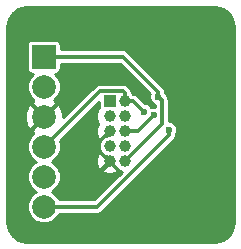
<source format=gbr>
G04 #@! TF.FileFunction,Copper,L2,Bot,Signal*
%FSLAX46Y46*%
G04 Gerber Fmt 4.6, Leading zero omitted, Abs format (unit mm)*
G04 Created by KiCad (PCBNEW 4.0.0-rc2-stable) date 11/11/2015 8:28:50 AM*
%MOMM*%
G01*
G04 APERTURE LIST*
%ADD10C,0.100000*%
%ADD11R,1.000000X1.000000*%
%ADD12C,1.000000*%
%ADD13R,2.000000X2.000000*%
%ADD14C,2.000000*%
%ADD15C,0.600000*%
%ADD16C,0.350000*%
%ADD17C,0.254000*%
G04 APERTURE END LIST*
D10*
D11*
X150265000Y-102660000D03*
D12*
X151535000Y-102660000D03*
X150265000Y-103930000D03*
X151535000Y-103930000D03*
X150265000Y-105200000D03*
X151535000Y-105200000D03*
X150265000Y-106470000D03*
X151535000Y-106470000D03*
X150265000Y-107740000D03*
X151535000Y-107740000D03*
D13*
X144700000Y-98900000D03*
D14*
X144700000Y-101440000D03*
X144700000Y-103980000D03*
X144700000Y-106520000D03*
X144700000Y-109060000D03*
X144700000Y-111600000D03*
D15*
X153162000Y-103568500D03*
X154368500Y-102298500D03*
X155257500Y-105092500D03*
X153998672Y-103874828D03*
D16*
X151535000Y-102660000D02*
X151535000Y-101952894D01*
X151535000Y-101952894D02*
X151367105Y-101784999D01*
X151367105Y-101784999D02*
X149435001Y-101784999D01*
X149435001Y-101784999D02*
X145699999Y-105520001D01*
X145699999Y-105520001D02*
X144700000Y-106520000D01*
X152253500Y-102660000D02*
X153162000Y-103568500D01*
X151535000Y-102660000D02*
X152253500Y-102660000D01*
X154368500Y-102298500D02*
X154368500Y-101874236D01*
X154368500Y-101874236D02*
X151394264Y-98900000D01*
X146050000Y-98900000D02*
X144700000Y-98900000D01*
X151394264Y-98900000D02*
X146050000Y-98900000D01*
X151535000Y-107740000D02*
X154673673Y-104601327D01*
X154673673Y-104601327D02*
X154673673Y-102603673D01*
X154673673Y-102603673D02*
X154368500Y-102298500D01*
X155257500Y-105092500D02*
X155257500Y-105537000D01*
X155257500Y-105537000D02*
X149194500Y-111600000D01*
X149194500Y-111600000D02*
X144700000Y-111600000D01*
X151535000Y-105200000D02*
X152673500Y-105200000D01*
X152673500Y-105200000D02*
X153998672Y-103874828D01*
D17*
G36*
X159839742Y-94861550D02*
X160332919Y-95191081D01*
X160662450Y-95684258D01*
X160788000Y-96315441D01*
X160788000Y-112980559D01*
X160662450Y-113611742D01*
X160332919Y-114104919D01*
X159839742Y-114434450D01*
X159208559Y-114560000D01*
X143178441Y-114560000D01*
X142547258Y-114434450D01*
X142054081Y-114104919D01*
X141724550Y-113611742D01*
X141599000Y-112980559D01*
X141599000Y-104288081D01*
X143061682Y-104288081D01*
X143304289Y-104891587D01*
X143323688Y-104920618D01*
X143600083Y-105012035D01*
X144632118Y-103980000D01*
X143600083Y-102947965D01*
X143323688Y-103039382D01*
X143068495Y-103637673D01*
X143061682Y-104288081D01*
X141599000Y-104288081D01*
X141599000Y-97900000D01*
X143264635Y-97900000D01*
X143264635Y-99900000D01*
X143294409Y-100058237D01*
X143387927Y-100203567D01*
X143530619Y-100301064D01*
X143700000Y-100335365D01*
X143786718Y-100335365D01*
X143490953Y-100630614D01*
X143273248Y-101154907D01*
X143272752Y-101722603D01*
X143489543Y-102247275D01*
X143815214Y-102573515D01*
X143788413Y-102584289D01*
X143759382Y-102603688D01*
X143667965Y-102880083D01*
X144700000Y-103912118D01*
X145732035Y-102880083D01*
X145640618Y-102603688D01*
X145580019Y-102577840D01*
X145909047Y-102249386D01*
X146126752Y-101725093D01*
X146127248Y-101157397D01*
X145910457Y-100632725D01*
X145613616Y-100335365D01*
X145700000Y-100335365D01*
X145858237Y-100305591D01*
X146003567Y-100212073D01*
X146101064Y-100069381D01*
X146135365Y-99900000D01*
X146135365Y-99502000D01*
X151144908Y-99502000D01*
X153686968Y-102044060D01*
X153641626Y-102153256D01*
X153641374Y-102442475D01*
X153751820Y-102709775D01*
X153956150Y-102914461D01*
X154071673Y-102962431D01*
X154071673Y-103147891D01*
X153854697Y-103147702D01*
X153786405Y-103175920D01*
X153778680Y-103157225D01*
X153574350Y-102952539D01*
X153307244Y-102841626D01*
X153286464Y-102841608D01*
X152679178Y-102234322D01*
X152483875Y-102103825D01*
X152253500Y-102058000D01*
X152243883Y-102058000D01*
X152136512Y-101950441D01*
X152091175Y-101722519D01*
X152091175Y-101722518D01*
X151960678Y-101527215D01*
X151792783Y-101359321D01*
X151597480Y-101228824D01*
X151367105Y-101182999D01*
X149435001Y-101182999D01*
X149204626Y-101228824D01*
X149204624Y-101228825D01*
X149204625Y-101228825D01*
X149009322Y-101359321D01*
X146334524Y-104034120D01*
X146338318Y-103671919D01*
X146095711Y-103068413D01*
X146076312Y-103039382D01*
X145799917Y-102947965D01*
X144767882Y-103980000D01*
X144782025Y-103994143D01*
X144714143Y-104062025D01*
X144700000Y-104047882D01*
X143667965Y-105079917D01*
X143759382Y-105356312D01*
X143819981Y-105382160D01*
X143490953Y-105710614D01*
X143273248Y-106234907D01*
X143272752Y-106802603D01*
X143489543Y-107327275D01*
X143890614Y-107729047D01*
X144037118Y-107789881D01*
X143892725Y-107849543D01*
X143490953Y-108250614D01*
X143273248Y-108774907D01*
X143272752Y-109342603D01*
X143489543Y-109867275D01*
X143890614Y-110269047D01*
X144037118Y-110329881D01*
X143892725Y-110389543D01*
X143490953Y-110790614D01*
X143273248Y-111314907D01*
X143272752Y-111882603D01*
X143489543Y-112407275D01*
X143890614Y-112809047D01*
X144414907Y-113026752D01*
X144982603Y-113027248D01*
X145507275Y-112810457D01*
X145909047Y-112409386D01*
X145995161Y-112202000D01*
X149194500Y-112202000D01*
X149424875Y-112156175D01*
X149620178Y-112025678D01*
X155683178Y-105962678D01*
X155813675Y-105767375D01*
X155859500Y-105537000D01*
X155859500Y-105518787D01*
X155873461Y-105504850D01*
X155984374Y-105237744D01*
X155984626Y-104948525D01*
X155874180Y-104681225D01*
X155669850Y-104476539D01*
X155402744Y-104365626D01*
X155275673Y-104365515D01*
X155275673Y-102603673D01*
X155229848Y-102373298D01*
X155099351Y-102177995D01*
X155095609Y-102174253D01*
X155095626Y-102154525D01*
X154985180Y-101887225D01*
X154970074Y-101872092D01*
X154924675Y-101643861D01*
X154794178Y-101448558D01*
X151819942Y-98474322D01*
X151624639Y-98343825D01*
X151394264Y-98298000D01*
X146135365Y-98298000D01*
X146135365Y-97900000D01*
X146105591Y-97741763D01*
X146012073Y-97596433D01*
X145869381Y-97498936D01*
X145700000Y-97464635D01*
X143700000Y-97464635D01*
X143541763Y-97494409D01*
X143396433Y-97587927D01*
X143298936Y-97730619D01*
X143264635Y-97900000D01*
X141599000Y-97900000D01*
X141599000Y-96315441D01*
X141724550Y-95684258D01*
X142054081Y-95191081D01*
X142547258Y-94861550D01*
X143178441Y-94736000D01*
X159208559Y-94736000D01*
X159839742Y-94861550D01*
X159839742Y-94861550D01*
G37*
X159839742Y-94861550D02*
X160332919Y-95191081D01*
X160662450Y-95684258D01*
X160788000Y-96315441D01*
X160788000Y-112980559D01*
X160662450Y-113611742D01*
X160332919Y-114104919D01*
X159839742Y-114434450D01*
X159208559Y-114560000D01*
X143178441Y-114560000D01*
X142547258Y-114434450D01*
X142054081Y-114104919D01*
X141724550Y-113611742D01*
X141599000Y-112980559D01*
X141599000Y-104288081D01*
X143061682Y-104288081D01*
X143304289Y-104891587D01*
X143323688Y-104920618D01*
X143600083Y-105012035D01*
X144632118Y-103980000D01*
X143600083Y-102947965D01*
X143323688Y-103039382D01*
X143068495Y-103637673D01*
X143061682Y-104288081D01*
X141599000Y-104288081D01*
X141599000Y-97900000D01*
X143264635Y-97900000D01*
X143264635Y-99900000D01*
X143294409Y-100058237D01*
X143387927Y-100203567D01*
X143530619Y-100301064D01*
X143700000Y-100335365D01*
X143786718Y-100335365D01*
X143490953Y-100630614D01*
X143273248Y-101154907D01*
X143272752Y-101722603D01*
X143489543Y-102247275D01*
X143815214Y-102573515D01*
X143788413Y-102584289D01*
X143759382Y-102603688D01*
X143667965Y-102880083D01*
X144700000Y-103912118D01*
X145732035Y-102880083D01*
X145640618Y-102603688D01*
X145580019Y-102577840D01*
X145909047Y-102249386D01*
X146126752Y-101725093D01*
X146127248Y-101157397D01*
X145910457Y-100632725D01*
X145613616Y-100335365D01*
X145700000Y-100335365D01*
X145858237Y-100305591D01*
X146003567Y-100212073D01*
X146101064Y-100069381D01*
X146135365Y-99900000D01*
X146135365Y-99502000D01*
X151144908Y-99502000D01*
X153686968Y-102044060D01*
X153641626Y-102153256D01*
X153641374Y-102442475D01*
X153751820Y-102709775D01*
X153956150Y-102914461D01*
X154071673Y-102962431D01*
X154071673Y-103147891D01*
X153854697Y-103147702D01*
X153786405Y-103175920D01*
X153778680Y-103157225D01*
X153574350Y-102952539D01*
X153307244Y-102841626D01*
X153286464Y-102841608D01*
X152679178Y-102234322D01*
X152483875Y-102103825D01*
X152253500Y-102058000D01*
X152243883Y-102058000D01*
X152136512Y-101950441D01*
X152091175Y-101722519D01*
X152091175Y-101722518D01*
X151960678Y-101527215D01*
X151792783Y-101359321D01*
X151597480Y-101228824D01*
X151367105Y-101182999D01*
X149435001Y-101182999D01*
X149204626Y-101228824D01*
X149204624Y-101228825D01*
X149204625Y-101228825D01*
X149009322Y-101359321D01*
X146334524Y-104034120D01*
X146338318Y-103671919D01*
X146095711Y-103068413D01*
X146076312Y-103039382D01*
X145799917Y-102947965D01*
X144767882Y-103980000D01*
X144782025Y-103994143D01*
X144714143Y-104062025D01*
X144700000Y-104047882D01*
X143667965Y-105079917D01*
X143759382Y-105356312D01*
X143819981Y-105382160D01*
X143490953Y-105710614D01*
X143273248Y-106234907D01*
X143272752Y-106802603D01*
X143489543Y-107327275D01*
X143890614Y-107729047D01*
X144037118Y-107789881D01*
X143892725Y-107849543D01*
X143490953Y-108250614D01*
X143273248Y-108774907D01*
X143272752Y-109342603D01*
X143489543Y-109867275D01*
X143890614Y-110269047D01*
X144037118Y-110329881D01*
X143892725Y-110389543D01*
X143490953Y-110790614D01*
X143273248Y-111314907D01*
X143272752Y-111882603D01*
X143489543Y-112407275D01*
X143890614Y-112809047D01*
X144414907Y-113026752D01*
X144982603Y-113027248D01*
X145507275Y-112810457D01*
X145909047Y-112409386D01*
X145995161Y-112202000D01*
X149194500Y-112202000D01*
X149424875Y-112156175D01*
X149620178Y-112025678D01*
X155683178Y-105962678D01*
X155813675Y-105767375D01*
X155859500Y-105537000D01*
X155859500Y-105518787D01*
X155873461Y-105504850D01*
X155984374Y-105237744D01*
X155984626Y-104948525D01*
X155874180Y-104681225D01*
X155669850Y-104476539D01*
X155402744Y-104365626D01*
X155275673Y-104365515D01*
X155275673Y-102603673D01*
X155229848Y-102373298D01*
X155099351Y-102177995D01*
X155095609Y-102174253D01*
X155095626Y-102154525D01*
X154985180Y-101887225D01*
X154970074Y-101872092D01*
X154924675Y-101643861D01*
X154794178Y-101448558D01*
X151819942Y-98474322D01*
X151624639Y-98343825D01*
X151394264Y-98298000D01*
X146135365Y-98298000D01*
X146135365Y-97900000D01*
X146105591Y-97741763D01*
X146012073Y-97596433D01*
X145869381Y-97498936D01*
X145700000Y-97464635D01*
X143700000Y-97464635D01*
X143541763Y-97494409D01*
X143396433Y-97587927D01*
X143298936Y-97730619D01*
X143264635Y-97900000D01*
X141599000Y-97900000D01*
X141599000Y-96315441D01*
X141724550Y-95684258D01*
X142054081Y-95191081D01*
X142547258Y-94861550D01*
X143178441Y-94736000D01*
X159208559Y-94736000D01*
X159839742Y-94861550D01*
G36*
X149329635Y-103160000D02*
X149352637Y-103282248D01*
X149301368Y-103289212D01*
X149129501Y-103706755D01*
X149130504Y-104158285D01*
X149298978Y-104565018D01*
X149129501Y-104976755D01*
X149130504Y-105428285D01*
X149301368Y-105840788D01*
X149525839Y-105871279D01*
X150197118Y-105200000D01*
X150182976Y-105185858D01*
X150250858Y-105117976D01*
X150265000Y-105132118D01*
X150279143Y-105117976D01*
X150347025Y-105185858D01*
X150332882Y-105200000D01*
X150347025Y-105214143D01*
X150279143Y-105282025D01*
X150265000Y-105267882D01*
X149925703Y-105607179D01*
X149740583Y-105683669D01*
X149479586Y-105944211D01*
X149338161Y-106284799D01*
X149337839Y-106653583D01*
X149478669Y-106994417D01*
X149739211Y-107255414D01*
X149925757Y-107332875D01*
X150265000Y-107672118D01*
X150279143Y-107657976D01*
X150347025Y-107725858D01*
X150332882Y-107740000D01*
X150672179Y-108079297D01*
X150748669Y-108264417D01*
X151009211Y-108525414D01*
X151297869Y-108645275D01*
X148945144Y-110998000D01*
X145995275Y-110998000D01*
X145910457Y-110792725D01*
X145509386Y-110390953D01*
X145362882Y-110330119D01*
X145507275Y-110270457D01*
X145909047Y-109869386D01*
X146126752Y-109345093D01*
X146127248Y-108777397D01*
X146004019Y-108479161D01*
X149593721Y-108479161D01*
X149624212Y-108703632D01*
X150041755Y-108875499D01*
X150493285Y-108874496D01*
X150905788Y-108703632D01*
X150936279Y-108479161D01*
X150265000Y-107807882D01*
X149593721Y-108479161D01*
X146004019Y-108479161D01*
X145910457Y-108252725D01*
X145509386Y-107850953D01*
X145362882Y-107790119D01*
X145507275Y-107730457D01*
X145721350Y-107516755D01*
X149129501Y-107516755D01*
X149130504Y-107968285D01*
X149301368Y-108380788D01*
X149525839Y-108411279D01*
X150197118Y-107740000D01*
X149525839Y-107068721D01*
X149301368Y-107099212D01*
X149129501Y-107516755D01*
X145721350Y-107516755D01*
X145909047Y-107329386D01*
X146126752Y-106805093D01*
X146127248Y-106237397D01*
X146041495Y-106029861D01*
X146125677Y-105945679D01*
X149329635Y-102741722D01*
X149329635Y-103160000D01*
X149329635Y-103160000D01*
G37*
X149329635Y-103160000D02*
X149352637Y-103282248D01*
X149301368Y-103289212D01*
X149129501Y-103706755D01*
X149130504Y-104158285D01*
X149298978Y-104565018D01*
X149129501Y-104976755D01*
X149130504Y-105428285D01*
X149301368Y-105840788D01*
X149525839Y-105871279D01*
X150197118Y-105200000D01*
X150182976Y-105185858D01*
X150250858Y-105117976D01*
X150265000Y-105132118D01*
X150279143Y-105117976D01*
X150347025Y-105185858D01*
X150332882Y-105200000D01*
X150347025Y-105214143D01*
X150279143Y-105282025D01*
X150265000Y-105267882D01*
X149925703Y-105607179D01*
X149740583Y-105683669D01*
X149479586Y-105944211D01*
X149338161Y-106284799D01*
X149337839Y-106653583D01*
X149478669Y-106994417D01*
X149739211Y-107255414D01*
X149925757Y-107332875D01*
X150265000Y-107672118D01*
X150279143Y-107657976D01*
X150347025Y-107725858D01*
X150332882Y-107740000D01*
X150672179Y-108079297D01*
X150748669Y-108264417D01*
X151009211Y-108525414D01*
X151297869Y-108645275D01*
X148945144Y-110998000D01*
X145995275Y-110998000D01*
X145910457Y-110792725D01*
X145509386Y-110390953D01*
X145362882Y-110330119D01*
X145507275Y-110270457D01*
X145909047Y-109869386D01*
X146126752Y-109345093D01*
X146127248Y-108777397D01*
X146004019Y-108479161D01*
X149593721Y-108479161D01*
X149624212Y-108703632D01*
X150041755Y-108875499D01*
X150493285Y-108874496D01*
X150905788Y-108703632D01*
X150936279Y-108479161D01*
X150265000Y-107807882D01*
X149593721Y-108479161D01*
X146004019Y-108479161D01*
X145910457Y-108252725D01*
X145509386Y-107850953D01*
X145362882Y-107790119D01*
X145507275Y-107730457D01*
X145721350Y-107516755D01*
X149129501Y-107516755D01*
X149130504Y-107968285D01*
X149301368Y-108380788D01*
X149525839Y-108411279D01*
X150197118Y-107740000D01*
X149525839Y-107068721D01*
X149301368Y-107099212D01*
X149129501Y-107516755D01*
X145721350Y-107516755D01*
X145909047Y-107329386D01*
X146126752Y-106805093D01*
X146127248Y-106237397D01*
X146041495Y-106029861D01*
X146125677Y-105945679D01*
X149329635Y-102741722D01*
X149329635Y-103160000D01*
G36*
X150347025Y-103915858D02*
X150332882Y-103930000D01*
X150347025Y-103944143D01*
X150279143Y-104012025D01*
X150265000Y-103997882D01*
X150250858Y-104012025D01*
X150182976Y-103944143D01*
X150197118Y-103930000D01*
X150182976Y-103915858D01*
X150250858Y-103847976D01*
X150265000Y-103862118D01*
X150279143Y-103847976D01*
X150347025Y-103915858D01*
X150347025Y-103915858D01*
G37*
X150347025Y-103915858D02*
X150332882Y-103930000D01*
X150347025Y-103944143D01*
X150279143Y-104012025D01*
X150265000Y-103997882D01*
X150250858Y-104012025D01*
X150182976Y-103944143D01*
X150197118Y-103930000D01*
X150182976Y-103915858D01*
X150250858Y-103847976D01*
X150265000Y-103862118D01*
X150279143Y-103847976D01*
X150347025Y-103915858D01*
M02*

</source>
